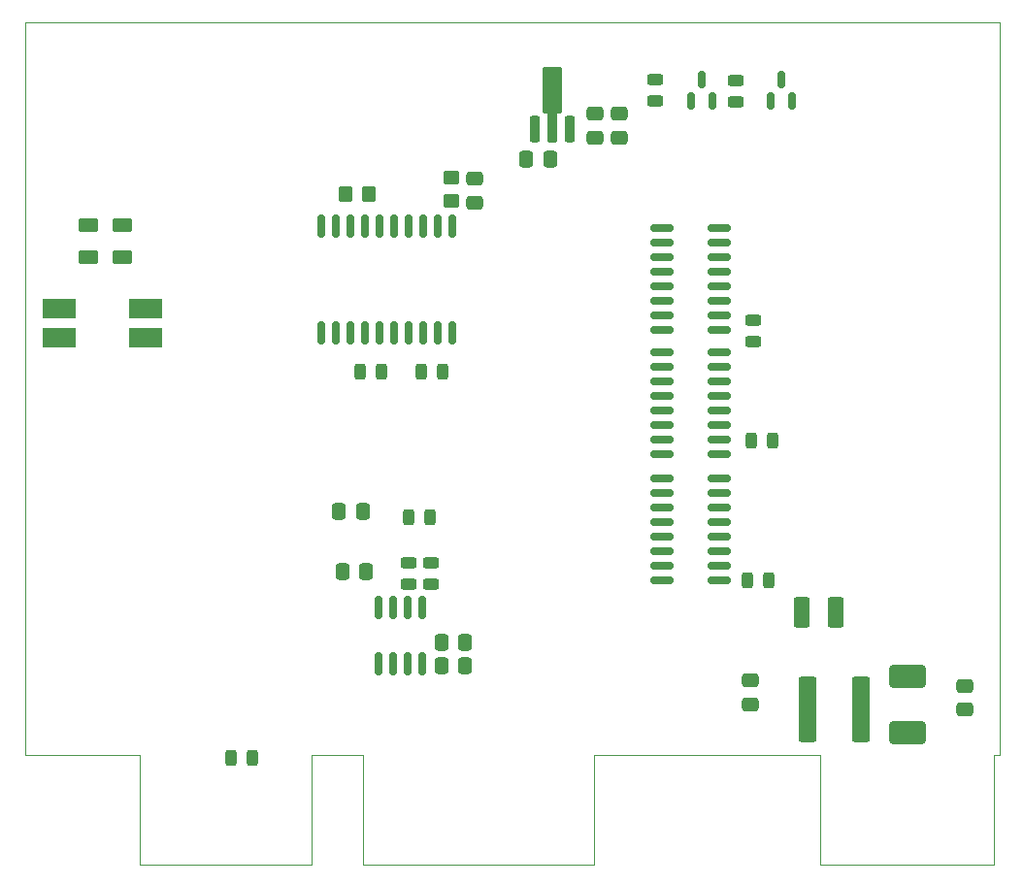
<source format=gbr>
%TF.GenerationSoftware,KiCad,Pcbnew,7.0.9*%
%TF.CreationDate,2024-06-26T15:19:18+03:00*%
%TF.ProjectId,_____ _________ ___________,1f3b3042-3020-43e4-913d-3e323d3e333e,rev?*%
%TF.SameCoordinates,Original*%
%TF.FileFunction,Paste,Top*%
%TF.FilePolarity,Positive*%
%FSLAX46Y46*%
G04 Gerber Fmt 4.6, Leading zero omitted, Abs format (unit mm)*
G04 Created by KiCad (PCBNEW 7.0.9) date 2024-06-26 15:19:18*
%MOMM*%
%LPD*%
G01*
G04 APERTURE LIST*
G04 Aperture macros list*
%AMRoundRect*
0 Rectangle with rounded corners*
0 $1 Rounding radius*
0 $2 $3 $4 $5 $6 $7 $8 $9 X,Y pos of 4 corners*
0 Add a 4 corners polygon primitive as box body*
4,1,4,$2,$3,$4,$5,$6,$7,$8,$9,$2,$3,0*
0 Add four circle primitives for the rounded corners*
1,1,$1+$1,$2,$3*
1,1,$1+$1,$4,$5*
1,1,$1+$1,$6,$7*
1,1,$1+$1,$8,$9*
0 Add four rect primitives between the rounded corners*
20,1,$1+$1,$2,$3,$4,$5,0*
20,1,$1+$1,$4,$5,$6,$7,0*
20,1,$1+$1,$6,$7,$8,$9,0*
20,1,$1+$1,$8,$9,$2,$3,0*%
G04 Aperture macros list end*
%ADD10RoundRect,0.243750X0.456250X-0.243750X0.456250X0.243750X-0.456250X0.243750X-0.456250X-0.243750X0*%
%ADD11RoundRect,0.250000X0.337500X0.475000X-0.337500X0.475000X-0.337500X-0.475000X0.337500X-0.475000X0*%
%ADD12RoundRect,0.243750X-0.243750X-0.456250X0.243750X-0.456250X0.243750X0.456250X-0.243750X0.456250X0*%
%ADD13RoundRect,0.150000X0.150000X-0.587500X0.150000X0.587500X-0.150000X0.587500X-0.150000X-0.587500X0*%
%ADD14RoundRect,0.250000X-0.475000X0.337500X-0.475000X-0.337500X0.475000X-0.337500X0.475000X0.337500X0*%
%ADD15RoundRect,0.243750X0.243750X0.456250X-0.243750X0.456250X-0.243750X-0.456250X0.243750X-0.456250X0*%
%ADD16RoundRect,0.250000X0.550000X2.600000X-0.550000X2.600000X-0.550000X-2.600000X0.550000X-2.600000X0*%
%ADD17RoundRect,0.225000X0.225000X-0.925000X0.225000X0.925000X-0.225000X0.925000X-0.225000X-0.925000X0*%
%ADD18RoundRect,0.225000X0.225000X-1.125000X0.225000X1.125000X-0.225000X1.125000X-0.225000X-1.125000X0*%
%ADD19RoundRect,0.250000X0.616500X-1.812500X0.616500X1.812500X-0.616500X1.812500X-0.616500X-1.812500X0*%
%ADD20RoundRect,0.250000X-0.350000X-0.450000X0.350000X-0.450000X0.350000X0.450000X-0.350000X0.450000X0*%
%ADD21RoundRect,0.243750X-0.456250X0.243750X-0.456250X-0.243750X0.456250X-0.243750X0.456250X0.243750X0*%
%ADD22RoundRect,0.150000X-0.825000X-0.150000X0.825000X-0.150000X0.825000X0.150000X-0.825000X0.150000X0*%
%ADD23RoundRect,0.250001X-0.462499X-1.074999X0.462499X-1.074999X0.462499X1.074999X-0.462499X1.074999X0*%
%ADD24R,3.000000X1.800000*%
%ADD25RoundRect,0.150000X-0.150000X0.875000X-0.150000X-0.875000X0.150000X-0.875000X0.150000X0.875000X0*%
%ADD26RoundRect,0.250000X-0.625000X0.375000X-0.625000X-0.375000X0.625000X-0.375000X0.625000X0.375000X0*%
%ADD27RoundRect,0.250000X0.625000X-0.375000X0.625000X0.375000X-0.625000X0.375000X-0.625000X-0.375000X0*%
%ADD28RoundRect,0.150000X-0.150000X0.825000X-0.150000X-0.825000X0.150000X-0.825000X0.150000X0.825000X0*%
%ADD29RoundRect,0.250000X-0.450000X0.350000X-0.450000X-0.350000X0.450000X-0.350000X0.450000X0.350000X0*%
%ADD30RoundRect,0.250000X1.325000X-0.730000X1.325000X0.730000X-1.325000X0.730000X-1.325000X-0.730000X0*%
%TA.AperFunction,Profile*%
%ADD31C,0.100000*%
%TD*%
G04 APERTURE END LIST*
D10*
%TO.C,R2*%
X125450000Y-85050000D03*
X125450000Y-83175000D03*
%TD*%
D11*
%TO.C,C9*%
X119450000Y-78675000D03*
X117375000Y-78675000D03*
%TD*%
D12*
%TO.C,R5*%
X123450000Y-79175000D03*
X125325000Y-79175000D03*
%TD*%
D13*
%TO.C,Q1*%
X155050000Y-42937500D03*
X156950000Y-42937500D03*
X156000000Y-41062500D03*
%TD*%
D10*
%TO.C,R1*%
X123450000Y-85050000D03*
X123450000Y-83175000D03*
%TD*%
D14*
%TO.C,C11*%
X141800000Y-44000000D03*
X141800000Y-46075000D03*
%TD*%
D15*
%TO.C,R31*%
X109875000Y-100250000D03*
X108000000Y-100250000D03*
%TD*%
%TO.C,R16*%
X154897500Y-84750000D03*
X153022500Y-84750000D03*
%TD*%
D11*
%TO.C,C12*%
X135825000Y-48000000D03*
X133750000Y-48000000D03*
%TD*%
D16*
%TO.C,L2*%
X162950000Y-96000000D03*
X158250000Y-96000000D03*
%TD*%
D17*
%TO.C,IC1*%
X134500000Y-45380000D03*
D18*
X136000000Y-45180000D03*
D19*
X136000000Y-42000000D03*
D17*
X137500000Y-45380000D03*
%TD*%
D20*
%TO.C,R11*%
X118000000Y-51000000D03*
X120000000Y-51000000D03*
%TD*%
D21*
%TO.C,R12*%
X152000000Y-41125000D03*
X152000000Y-43000000D03*
%TD*%
D15*
%TO.C,R15*%
X155250000Y-72500000D03*
X153375000Y-72500000D03*
%TD*%
D14*
%TO.C,C4*%
X172000000Y-93925000D03*
X172000000Y-96000000D03*
%TD*%
D13*
%TO.C,Q2*%
X148100000Y-42875000D03*
X150000000Y-42875000D03*
X149050000Y-41000000D03*
%TD*%
D14*
%TO.C,C6*%
X153250000Y-93462500D03*
X153250000Y-95537500D03*
%TD*%
D22*
%TO.C,U7*%
X145572500Y-64860000D03*
X145572500Y-66130000D03*
X145572500Y-67400000D03*
X145572500Y-68670000D03*
X145572500Y-69940000D03*
X145572500Y-71210000D03*
X145572500Y-72480000D03*
X145572500Y-73750000D03*
X150522500Y-73750000D03*
X150522500Y-72480000D03*
X150522500Y-71210000D03*
X150522500Y-69940000D03*
X150522500Y-68670000D03*
X150522500Y-67400000D03*
X150522500Y-66130000D03*
X150522500Y-64860000D03*
%TD*%
D11*
%TO.C,C8*%
X119750000Y-84000000D03*
X117675000Y-84000000D03*
%TD*%
D22*
%TO.C,U8*%
X145572500Y-75860000D03*
X145572500Y-77130000D03*
X145572500Y-78400000D03*
X145572500Y-79670000D03*
X145572500Y-80940000D03*
X145572500Y-82210000D03*
X145572500Y-83480000D03*
X145572500Y-84750000D03*
X150522500Y-84750000D03*
X150522500Y-83480000D03*
X150522500Y-82210000D03*
X150522500Y-80940000D03*
X150522500Y-79670000D03*
X150522500Y-78400000D03*
X150522500Y-77130000D03*
X150522500Y-75860000D03*
%TD*%
D10*
%TO.C,R13*%
X145000000Y-42875000D03*
X145000000Y-41000000D03*
%TD*%
D23*
%TO.C,C3*%
X157775000Y-87500000D03*
X160750000Y-87500000D03*
%TD*%
D10*
%TO.C,R14*%
X153500000Y-63875000D03*
X153500000Y-62000000D03*
%TD*%
D12*
%TO.C,R10*%
X119200000Y-66500000D03*
X121075000Y-66500000D03*
%TD*%
D24*
%TO.C,L1*%
X100500000Y-63540000D03*
X100500000Y-61000000D03*
X93000000Y-61000000D03*
X93000000Y-63540000D03*
%TD*%
D25*
%TO.C,U6*%
X127290000Y-53850000D03*
X126020000Y-53850000D03*
X124750000Y-53850000D03*
X123480000Y-53850000D03*
X122210000Y-53850000D03*
X120940000Y-53850000D03*
X119670000Y-53850000D03*
X118400000Y-53850000D03*
X117130000Y-53850000D03*
X115860000Y-53850000D03*
X115860000Y-63150000D03*
X117130000Y-63150000D03*
X118400000Y-63150000D03*
X119670000Y-63150000D03*
X120940000Y-63150000D03*
X122210000Y-63150000D03*
X123480000Y-63150000D03*
X124750000Y-63150000D03*
X126020000Y-63150000D03*
X127290000Y-63150000D03*
%TD*%
D14*
%TO.C,C17*%
X129250000Y-49675000D03*
X129250000Y-51750000D03*
%TD*%
D26*
%TO.C,R18*%
X95500000Y-53700000D03*
X95500000Y-56500000D03*
%TD*%
D27*
%TO.C,R17*%
X98500000Y-56500000D03*
X98500000Y-53700000D03*
%TD*%
D14*
%TO.C,C13*%
X139750000Y-44000000D03*
X139750000Y-46075000D03*
%TD*%
D28*
%TO.C,U1*%
X124655000Y-87050000D03*
X123385000Y-87050000D03*
X122115000Y-87050000D03*
X120845000Y-87050000D03*
X120845000Y-92000000D03*
X122115000Y-92000000D03*
X123385000Y-92000000D03*
X124655000Y-92000000D03*
%TD*%
D15*
%TO.C,R4*%
X126450000Y-66500000D03*
X124575000Y-66500000D03*
%TD*%
D11*
%TO.C,C5*%
X128400000Y-92200000D03*
X126325000Y-92200000D03*
%TD*%
D22*
%TO.C,U4*%
X145572500Y-53970000D03*
X145572500Y-55240000D03*
X145572500Y-56510000D03*
X145572500Y-57780000D03*
X145572500Y-59050000D03*
X145572500Y-60320000D03*
X145572500Y-61590000D03*
X145572500Y-62860000D03*
X150522500Y-62860000D03*
X150522500Y-61590000D03*
X150522500Y-60320000D03*
X150522500Y-59050000D03*
X150522500Y-57780000D03*
X150522500Y-56510000D03*
X150522500Y-55240000D03*
X150522500Y-53970000D03*
%TD*%
D29*
%TO.C,C21*%
X127200000Y-49600000D03*
X127200000Y-51600000D03*
%TD*%
D30*
%TO.C,F1*%
X167000000Y-98000000D03*
X167000000Y-93090000D03*
%TD*%
D11*
%TO.C,C1*%
X128400000Y-90150000D03*
X126325000Y-90150000D03*
%TD*%
D31*
X175000000Y-100000000D02*
X175000000Y-36000000D01*
X119500000Y-100000000D02*
X119500000Y-109500000D01*
X90000000Y-100000000D02*
X90000000Y-36000000D01*
X175000000Y-36000000D02*
X90000000Y-36000000D01*
X97500000Y-100000000D02*
X90000000Y-100000000D01*
X100000000Y-109500000D02*
X115000000Y-109500000D01*
X115000000Y-100000000D02*
X119500000Y-100000000D01*
X159400000Y-109500000D02*
X174500000Y-109500000D01*
X97500000Y-100000000D02*
X100000000Y-100000000D01*
X174500000Y-100000000D02*
X175000000Y-100000000D01*
X139600000Y-109500000D02*
X139600000Y-100000000D01*
X159400000Y-100000000D02*
X159400000Y-109500000D01*
X139600000Y-100000000D02*
X159400000Y-100000000D01*
X115000000Y-109500000D02*
X115000000Y-100000000D01*
X174500000Y-109500000D02*
X174500000Y-100000000D01*
X100000000Y-100000000D02*
X100000000Y-109500000D01*
X119500000Y-109500000D02*
X139600000Y-109500000D01*
M02*

</source>
